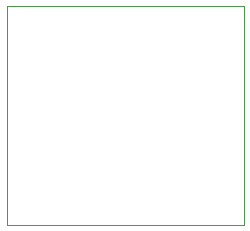
<source format=gko>
%FSTAX23Y23*%
%MOIN*%
%SFA1B1*%

%IPPOS*%
%ADD29C,0.003900*%
%LNvapeix_eeprom_test-1*%
%LPD*%
G54D29*
X02Y03D02*
X02787D01*
X0279D02*
Y0373D01*
X02D02*
X0279D01*
X02Y03D02*
Y03727D01*
M02*
</source>
